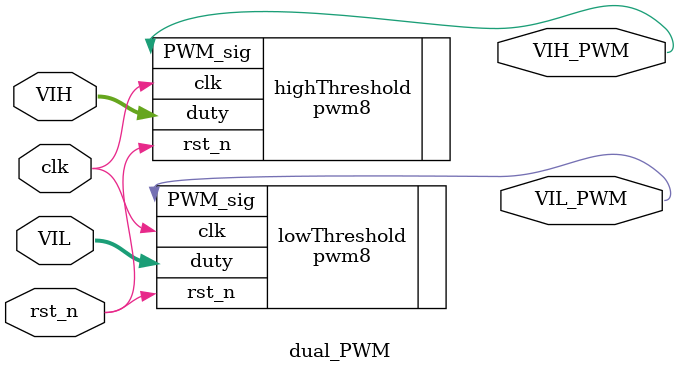
<source format=sv>

module dual_PWM(
  clk, rst_n, VIL, VIH, VIL_PWM, VIH_PWM  
);

// input signals
input clk, rst_n;
input [7:0] VIL, VIH;

// output signals
output logic VIL_PWM, VIH_PWM;

// structural instantiation
pwm8 lowThreshold(
  .clk(clk), .rst_n(rst_n), .duty(VIL), .PWM_sig(VIL_PWM)
);
pwm8 highThreshold(
  .clk(clk), .rst_n(rst_n), .duty(VIH), .PWM_sig(VIH_PWM)
);

endmodule
</source>
